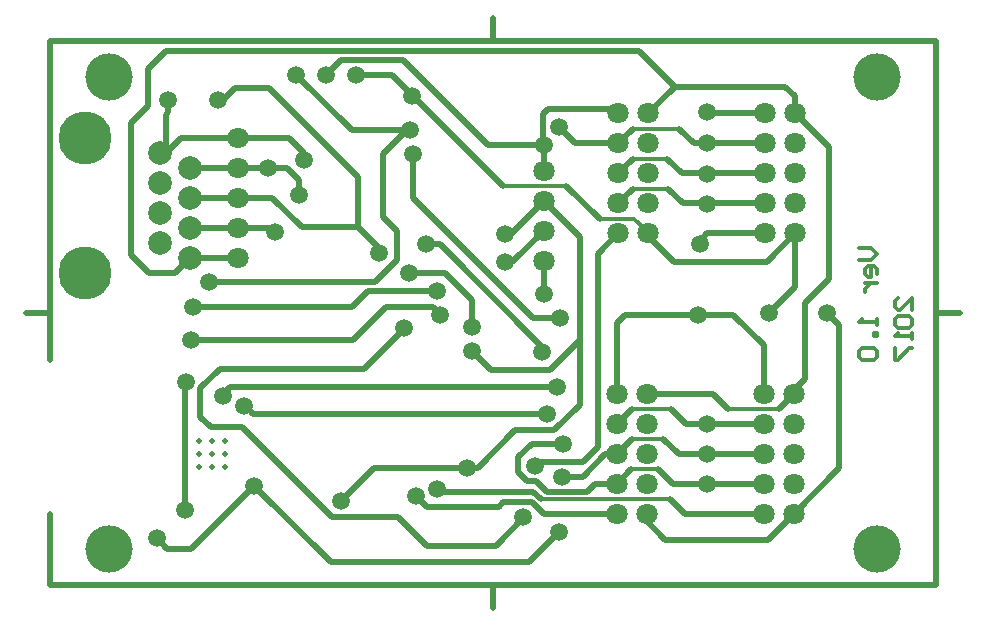
<source format=gbl>
G04 Layer_Physical_Order=2*
G04 Layer_Color=16711680*
%FSLAX25Y25*%
%MOIN*%
G70*
G01*
G75*
%ADD29C,0.01969*%
%ADD30C,0.01181*%
%ADD31C,0.15748*%
%ADD32C,0.07087*%
%ADD33C,0.07874*%
%ADD34C,0.17716*%
%ADD35C,0.05906*%
%ADD36C,0.01969*%
D29*
X211988Y53512D02*
X237827D01*
X218488Y157012D02*
X238327D01*
X164500Y148500D02*
X165752Y147248D01*
X164500Y146457D02*
X164961D01*
X164173Y146500D02*
Y156673D01*
X146063Y146457D02*
X164500D01*
X56000Y160000D02*
X61500Y165500D01*
X148500Y13000D02*
X157750Y22250D01*
X104748Y72000D02*
X118248Y85500D01*
X161000Y89000D02*
X170000D01*
X121000Y129000D02*
X161000Y89000D01*
X121000Y129000D02*
Y143500D01*
X111000Y122500D02*
X115748Y117752D01*
Y108268D02*
Y117752D01*
X108480Y101000D02*
X115748Y108268D01*
X53000Y101000D02*
X108480D01*
X129921Y113386D02*
X164000Y79307D01*
X125197Y113386D02*
X129921D01*
X210988Y127012D02*
X238327D01*
X210488Y137012D02*
X238327D01*
X114000Y170000D02*
X151000Y133000D01*
X164173Y156673D02*
X166000Y158500D01*
X164500Y146457D02*
Y146500D01*
Y138000D02*
Y146457D01*
X164961D02*
X165752Y147248D01*
X117520Y175000D02*
X146063Y146457D01*
X97000Y175000D02*
X117520D01*
X172118Y133000D02*
X183185Y121933D01*
X164000Y77500D02*
Y79307D01*
X295276Y90551D02*
X303150D01*
X147638Y181102D02*
Y188976D01*
X-7874Y90551D02*
X0D01*
Y74803D02*
Y181102D01*
X295276D01*
Y0D02*
Y181102D01*
X0Y0D02*
X295276D01*
X0D02*
Y23622D01*
X147638Y-7874D02*
Y0D01*
X62500Y119000D02*
X73500D01*
X62500Y149000D02*
X79500D01*
X72500Y139000D02*
X79000D01*
X62500D02*
X72500D01*
X248327Y157012D02*
Y162673D01*
X219000Y147012D02*
X238327D01*
X219012Y117012D02*
X238327D01*
X238815Y107500D02*
X248327Y117012D01*
Y99327D02*
Y117012D01*
X39370Y157370D02*
Y161417D01*
X38500Y156500D02*
X39370Y157370D01*
X43500Y149000D02*
X62500D01*
X216500Y113500D02*
Y114500D01*
X219012Y117012D01*
X216000Y90000D02*
X227500D01*
X191500D02*
X216000D01*
X227500D02*
X237827Y79673D01*
Y63512D02*
Y79673D01*
X251500Y68500D02*
Y94000D01*
X247827Y64827D02*
X251500Y68500D01*
X247827Y63512D02*
Y64827D01*
X242815Y58500D02*
X247827Y63512D01*
X220988D02*
X226000Y58500D01*
X198827Y63512D02*
X220988D01*
X188827Y87327D02*
X191500Y90000D01*
X188827Y63512D02*
Y87327D01*
X156000Y37500D02*
Y42500D01*
X48500Y109000D02*
X62500D01*
X151500Y107500D02*
X154000D01*
X164500Y118000D01*
Y97000D02*
Y108000D01*
X169500Y152500D02*
X174988Y147012D01*
X189327D01*
X259500Y102000D02*
Y145839D01*
X251500Y94000D02*
X259500Y102000D01*
X259000Y90500D02*
X263000Y86500D01*
X239500Y90500D02*
X248327Y99327D01*
X263000Y38685D02*
Y86500D01*
X247827Y23512D02*
X263000Y38685D01*
X48500Y119000D02*
X62500D01*
X73500D02*
X75000Y117500D01*
X48500Y139000D02*
X62500D01*
X38500Y144000D02*
X43500Y149000D01*
X48500Y129000D02*
X62500D01*
X61500Y165500D02*
X73000D01*
X102500Y136000D01*
X151500Y117000D02*
X153500D01*
X164500Y128000D01*
X206500Y28500D02*
X211488Y23512D01*
X237827D01*
X219000Y33512D02*
X237827D01*
X207488D02*
X219000D01*
Y43512D02*
X237827D01*
X209488D02*
X219000D01*
X214488Y147012D02*
X219000D01*
X248327Y157012D02*
X259500Y145839D01*
X208000Y107500D02*
X238815D01*
X199327Y116173D02*
X208000Y107500D01*
X199327Y116173D02*
Y117012D01*
X239315Y15000D02*
X247827Y23512D01*
X205000Y15000D02*
X239315D01*
X198827Y21173D02*
X205000Y15000D01*
X198827Y21173D02*
Y23512D01*
X188827Y33512D02*
X193748Y38433D01*
X202567D02*
X207488Y33512D01*
X188827Y43512D02*
X193905Y48591D01*
X204409D02*
X209488Y43512D01*
X188827Y53512D02*
X193815Y58500D01*
X207000D02*
X211988Y53512D01*
X199327Y157012D02*
X208315Y166000D01*
X245000D01*
X248327Y162673D01*
X189327Y127012D02*
X194315Y132000D01*
X206000D02*
X210988Y127012D01*
X189327Y137012D02*
X194315Y142000D01*
X205500D02*
X210488Y137012D01*
X189327Y147012D02*
X194315Y152000D01*
X209500D02*
X214488Y147012D01*
X102000Y170000D02*
X114000D01*
X164500Y146500D02*
Y148500D01*
X79000Y139000D02*
X83000Y135000D01*
Y130000D02*
Y135000D01*
X84500Y141500D02*
Y144000D01*
X79500Y149000D02*
X84500Y144000D01*
X82000Y170000D02*
X100500Y151500D01*
X100500Y151500D01*
X45000Y25000D02*
Y67260D01*
X45370Y67630D01*
X64500Y59500D02*
X65185D01*
X62500Y129000D02*
X74000D01*
X83870Y119130D01*
X102500D01*
X56500Y72000D02*
X104748D01*
X50016Y65516D02*
X56500Y72000D01*
X50016Y55984D02*
Y65516D01*
Y55984D02*
X53500Y52500D01*
X64000D01*
X94000Y22500D01*
X116000D01*
X125500Y13000D01*
X148500D01*
X129000Y32000D02*
X130000Y31000D01*
X118000Y85500D02*
X118248D01*
X47500Y92500D02*
X100500D01*
X182500Y110185D02*
X189327Y117012D01*
X140500Y78000D02*
X147000Y71500D01*
X166500D01*
X176500Y81500D01*
Y116000D01*
X164500Y128000D02*
X176500Y116000D01*
X67685Y57000D02*
X165500D01*
X65185Y59500D02*
X67685Y57000D01*
X164488Y23512D02*
X188827D01*
X130000Y31000D02*
X161000D01*
X163500Y28500D01*
X179105Y31000D02*
X181617Y33512D01*
X188827D01*
X165500Y31000D02*
X179105D01*
X161500Y39500D02*
X163000Y41000D01*
X170500Y36000D02*
X177500D01*
X185012Y43512D01*
X188827D01*
X163000Y41000D02*
X177500D01*
X182500Y46000D01*
Y110185D01*
X156000Y42500D02*
X160500Y47000D01*
X176500Y60000D02*
Y81500D01*
X68000Y33000D02*
X93500Y7500D01*
X159500D01*
X169500Y17500D01*
X47000Y12000D02*
X68000Y33000D01*
X39000Y12000D02*
X47000D01*
X35500Y15500D02*
X39000Y12000D01*
X41500Y104000D02*
X46500Y109000D01*
X33000Y104000D02*
X41500D01*
X27000Y110000D02*
X33000Y104000D01*
X27000Y110000D02*
Y154000D01*
X32500Y159500D01*
Y172000D01*
X119000Y151500D02*
X120000D01*
X111000Y143500D02*
X119000Y151500D01*
X111000Y122500D02*
Y143500D01*
X100500Y151500D02*
X119000D01*
X102500Y119130D02*
X109500Y112130D01*
Y110500D02*
Y112130D01*
X102500Y119130D02*
Y136000D01*
X38500Y144000D02*
Y156500D01*
X156000Y37500D02*
X159000Y34500D01*
X162000D01*
X165500Y31000D01*
X160500Y47000D02*
X170000D01*
X122000Y29500D02*
X125500Y26000D01*
X149500D01*
X151000Y27500D01*
X160500D01*
X164488Y23512D01*
X155000Y51500D02*
X168000D01*
X176500Y60000D01*
X187839Y158500D02*
X189327Y157012D01*
X166000Y158500D02*
X187839D01*
X32500Y172000D02*
X38500Y178000D01*
X196315D01*
X208315Y166000D01*
X92000Y170000D02*
X97000Y175000D01*
X60000Y66000D02*
X169000D01*
X57500Y63500D02*
X60000Y66000D01*
X57500Y63000D02*
Y63500D01*
X119500Y104000D02*
X131500D01*
X140500Y95000D01*
Y86000D02*
Y95000D01*
X106000Y98000D02*
X129000D01*
X100500Y92500D02*
X106000Y98000D01*
X108000Y39000D02*
X139000D01*
X142500D01*
X97000Y28000D02*
X108000Y39000D01*
X142500D02*
X155000Y51500D01*
X127500Y92500D02*
X130000Y90000D01*
X47000Y81500D02*
X101000D01*
X112000Y92500D01*
X127500D01*
D30*
X194602Y121933D02*
X199524Y117012D01*
X199327D02*
X199524D01*
X197244D02*
X199327D01*
X183185Y121933D02*
X194602D01*
X151000Y133000D02*
X172118D01*
X226000Y58500D02*
X242815D01*
X193748Y38433D02*
X202567D01*
X193905Y48591D02*
X204409D01*
X193815Y58500D02*
X207000D01*
X194315Y132000D02*
X206000D01*
X194315Y142000D02*
X205500D01*
X194315Y152000D02*
X209500D01*
X163500Y28500D02*
X206500D01*
X269687Y112205D02*
X273623D01*
X275590Y110237D01*
X273623Y108269D01*
X269687D01*
X275590Y103349D02*
Y105317D01*
X274607Y106301D01*
X272639D01*
X271655Y105317D01*
Y103349D01*
X272639Y102365D01*
X273623D01*
Y106301D01*
X271655Y100398D02*
X275590D01*
X273623D01*
X272639Y99414D01*
X271655Y98430D01*
Y97446D01*
X275590Y88590D02*
Y86623D01*
Y87606D01*
X269687D01*
X270671Y88590D01*
X275590Y83671D02*
X274607D01*
Y82687D01*
X275590D01*
Y83671D01*
X270671Y78751D02*
X269687Y77767D01*
Y75799D01*
X270671Y74815D01*
X274607D01*
X275590Y75799D01*
Y77767D01*
X274607Y78751D01*
X270671D01*
X287402Y91542D02*
Y95478D01*
X283466Y91542D01*
X282482D01*
X281498Y92526D01*
Y94494D01*
X282482Y95478D01*
Y89574D02*
X281498Y88590D01*
Y86623D01*
X282482Y85638D01*
X286418D01*
X287402Y86623D01*
Y88590D01*
X286418Y89574D01*
X282482D01*
X287402Y83671D02*
Y81703D01*
Y82687D01*
X281498D01*
X282482Y83671D01*
X281498Y78751D02*
Y74815D01*
X282482D01*
X286418Y78751D01*
X287402D01*
D31*
X275590Y169291D02*
D03*
Y11811D02*
D03*
X19685D02*
D03*
Y169291D02*
D03*
D32*
X198827Y23512D02*
D03*
X188827D02*
D03*
X198827Y33512D02*
D03*
X188827D02*
D03*
X198827Y43512D02*
D03*
X188827D02*
D03*
X198827Y53512D02*
D03*
X188827D02*
D03*
X198827Y63512D02*
D03*
X188827D02*
D03*
X199327Y117012D02*
D03*
X189327D02*
D03*
X199327Y127012D02*
D03*
X189327D02*
D03*
X199327Y137012D02*
D03*
X189327D02*
D03*
X199327Y147012D02*
D03*
X189327D02*
D03*
X199327Y157012D02*
D03*
X189327D02*
D03*
X247827Y23512D02*
D03*
X237827D02*
D03*
X247827Y33512D02*
D03*
X237827D02*
D03*
X247827Y43512D02*
D03*
X237827D02*
D03*
X247827Y53512D02*
D03*
X237827D02*
D03*
X247827Y63512D02*
D03*
X237827D02*
D03*
X248327Y117012D02*
D03*
X238327D02*
D03*
X248327Y127012D02*
D03*
X238327D02*
D03*
X248327Y137012D02*
D03*
X238327D02*
D03*
X248327Y147012D02*
D03*
X238327D02*
D03*
X248327Y157012D02*
D03*
X238327D02*
D03*
X62500Y149000D02*
D03*
Y139000D02*
D03*
Y129000D02*
D03*
Y119000D02*
D03*
Y109000D02*
D03*
X164500Y108000D02*
D03*
Y118000D02*
D03*
Y128000D02*
D03*
Y138000D02*
D03*
D33*
X36500Y144000D02*
D03*
X46500Y139000D02*
D03*
X36500Y134000D02*
D03*
X46500Y129000D02*
D03*
X36500Y124000D02*
D03*
X46500Y119000D02*
D03*
X36500Y114000D02*
D03*
X46500Y109000D02*
D03*
D34*
X11500Y149000D02*
D03*
Y104000D02*
D03*
D35*
X82000Y170000D02*
D03*
X92000D02*
D03*
X102000D02*
D03*
X125197Y113386D02*
D03*
X39370Y161417D02*
D03*
X216500Y113500D02*
D03*
X216000Y90000D02*
D03*
X169000Y66000D02*
D03*
X161500Y39500D02*
D03*
X164500Y97000D02*
D03*
X151500Y107500D02*
D03*
X169500Y152500D02*
D03*
X219000Y157500D02*
D03*
X259000Y90500D02*
D03*
X239500D02*
D03*
X75000Y117500D02*
D03*
X56000Y161417D02*
D03*
X151500Y117000D02*
D03*
X72500Y139000D02*
D03*
X129000Y32000D02*
D03*
X122000Y29500D02*
D03*
X219000Y33512D02*
D03*
Y43512D02*
D03*
Y53500D02*
D03*
Y127000D02*
D03*
Y137000D02*
D03*
Y147012D02*
D03*
X164500Y146500D02*
D03*
X83000Y130000D02*
D03*
X84500Y141500D02*
D03*
X121000Y143500D02*
D03*
X120000Y151500D02*
D03*
X45370Y67630D02*
D03*
X45000Y25000D02*
D03*
X47000Y81500D02*
D03*
X47500Y92500D02*
D03*
X64500Y59500D02*
D03*
X53000Y101000D02*
D03*
X120500Y163000D02*
D03*
X68000Y33000D02*
D03*
X119500Y104000D02*
D03*
X157500Y22500D02*
D03*
X130000Y90000D02*
D03*
X140500Y86000D02*
D03*
X118000Y85500D02*
D03*
X97000Y28000D02*
D03*
X140500Y78000D02*
D03*
X170000Y89000D02*
D03*
X164000Y77500D02*
D03*
X165500Y57000D02*
D03*
X170500Y36000D02*
D03*
X169500Y17500D02*
D03*
X35500Y15500D02*
D03*
X109500Y110500D02*
D03*
X57500Y63000D02*
D03*
X171000Y47000D02*
D03*
X129000Y98000D02*
D03*
X139000Y39000D02*
D03*
D36*
X58378Y39260D02*
D03*
X54047D02*
D03*
X49716D02*
D03*
X58378Y43591D02*
D03*
X49716D02*
D03*
X58378Y47921D02*
D03*
X49716D02*
D03*
X54047Y43591D02*
D03*
Y47921D02*
D03*
M02*

</source>
